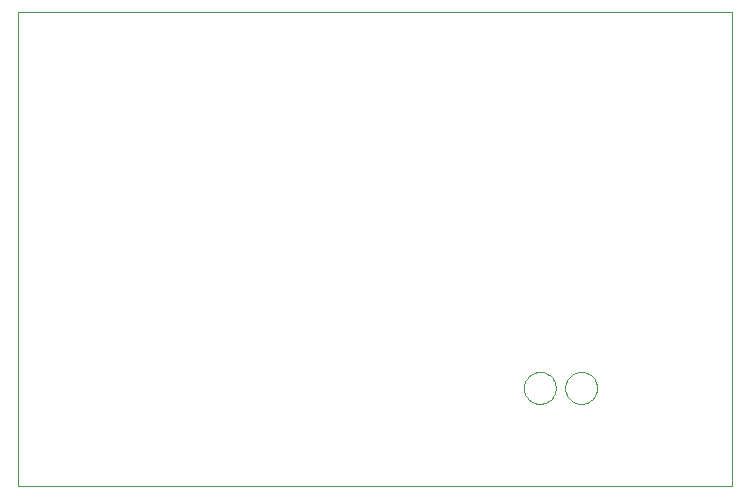
<source format=gbr>
G75*
G70*
%OFA0B0*%
%FSLAX24Y24*%
%IPPOS*%
%LPD*%
%AMOC8*
5,1,8,0,0,1.08239X$1,22.5*
%
%ADD10C,0.0000*%
D10*
X008931Y000385D02*
X008931Y016185D01*
X032731Y016185D01*
X032731Y000385D01*
X008931Y000385D01*
X025800Y003660D02*
X025802Y003706D01*
X025808Y003751D01*
X025818Y003796D01*
X025831Y003839D01*
X025848Y003882D01*
X025869Y003922D01*
X025893Y003961D01*
X025921Y003997D01*
X025952Y004031D01*
X025985Y004063D01*
X026021Y004091D01*
X026059Y004116D01*
X026099Y004138D01*
X026141Y004156D01*
X026184Y004170D01*
X026229Y004181D01*
X026274Y004188D01*
X026320Y004191D01*
X026365Y004190D01*
X026411Y004185D01*
X026456Y004176D01*
X026499Y004164D01*
X026542Y004147D01*
X026583Y004127D01*
X026622Y004104D01*
X026660Y004077D01*
X026694Y004047D01*
X026726Y004015D01*
X026755Y003979D01*
X026781Y003942D01*
X026804Y003902D01*
X026823Y003861D01*
X026838Y003818D01*
X026850Y003773D01*
X026858Y003728D01*
X026862Y003683D01*
X026862Y003637D01*
X026858Y003592D01*
X026850Y003547D01*
X026838Y003502D01*
X026823Y003459D01*
X026804Y003418D01*
X026781Y003378D01*
X026755Y003341D01*
X026726Y003305D01*
X026694Y003273D01*
X026660Y003243D01*
X026622Y003216D01*
X026583Y003193D01*
X026542Y003173D01*
X026499Y003156D01*
X026456Y003144D01*
X026411Y003135D01*
X026365Y003130D01*
X026320Y003129D01*
X026274Y003132D01*
X026229Y003139D01*
X026184Y003150D01*
X026141Y003164D01*
X026099Y003182D01*
X026059Y003204D01*
X026021Y003229D01*
X025985Y003257D01*
X025952Y003289D01*
X025921Y003323D01*
X025893Y003359D01*
X025869Y003398D01*
X025848Y003438D01*
X025831Y003481D01*
X025818Y003524D01*
X025808Y003569D01*
X025802Y003614D01*
X025800Y003660D01*
X027175Y003660D02*
X027177Y003706D01*
X027183Y003751D01*
X027193Y003796D01*
X027206Y003839D01*
X027223Y003882D01*
X027244Y003922D01*
X027268Y003961D01*
X027296Y003997D01*
X027327Y004031D01*
X027360Y004063D01*
X027396Y004091D01*
X027434Y004116D01*
X027474Y004138D01*
X027516Y004156D01*
X027559Y004170D01*
X027604Y004181D01*
X027649Y004188D01*
X027695Y004191D01*
X027740Y004190D01*
X027786Y004185D01*
X027831Y004176D01*
X027874Y004164D01*
X027917Y004147D01*
X027958Y004127D01*
X027997Y004104D01*
X028035Y004077D01*
X028069Y004047D01*
X028101Y004015D01*
X028130Y003979D01*
X028156Y003942D01*
X028179Y003902D01*
X028198Y003861D01*
X028213Y003818D01*
X028225Y003773D01*
X028233Y003728D01*
X028237Y003683D01*
X028237Y003637D01*
X028233Y003592D01*
X028225Y003547D01*
X028213Y003502D01*
X028198Y003459D01*
X028179Y003418D01*
X028156Y003378D01*
X028130Y003341D01*
X028101Y003305D01*
X028069Y003273D01*
X028035Y003243D01*
X027997Y003216D01*
X027958Y003193D01*
X027917Y003173D01*
X027874Y003156D01*
X027831Y003144D01*
X027786Y003135D01*
X027740Y003130D01*
X027695Y003129D01*
X027649Y003132D01*
X027604Y003139D01*
X027559Y003150D01*
X027516Y003164D01*
X027474Y003182D01*
X027434Y003204D01*
X027396Y003229D01*
X027360Y003257D01*
X027327Y003289D01*
X027296Y003323D01*
X027268Y003359D01*
X027244Y003398D01*
X027223Y003438D01*
X027206Y003481D01*
X027193Y003524D01*
X027183Y003569D01*
X027177Y003614D01*
X027175Y003660D01*
M02*

</source>
